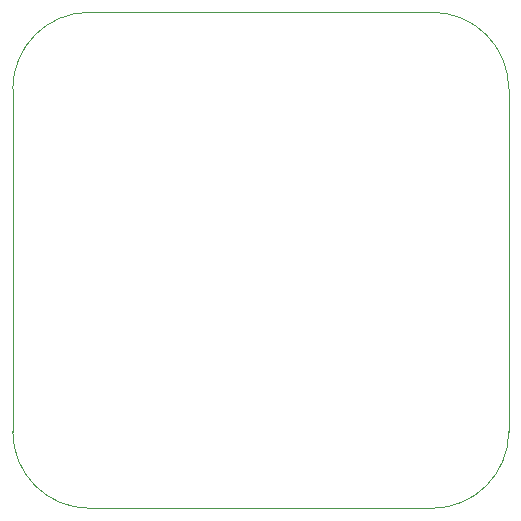
<source format=gm1>
G04 #@! TF.GenerationSoftware,KiCad,Pcbnew,8.0.7*
G04 #@! TF.CreationDate,2025-03-19T21:21:16+01:00*
G04 #@! TF.ProjectId,RP2040_minimal_r2,52503230-3430-45f6-9d69-6e696d616c5f,REV2*
G04 #@! TF.SameCoordinates,Original*
G04 #@! TF.FileFunction,Profile,NP*
%FSLAX46Y46*%
G04 Gerber Fmt 4.6, Leading zero omitted, Abs format (unit mm)*
G04 Created by KiCad (PCBNEW 8.0.7) date 2025-03-19 21:21:16*
%MOMM*%
%LPD*%
G01*
G04 APERTURE LIST*
G04 #@! TA.AperFunction,Profile*
%ADD10C,0.050000*%
G04 #@! TD*
G04 APERTURE END LIST*
D10*
X107000000Y-79000000D02*
X114500000Y-79000000D01*
X79000000Y-93000000D02*
X79000000Y-85500000D01*
X93000000Y-121000000D02*
X85500000Y-121000000D01*
X107000000Y-79000000D02*
X93000000Y-79000000D01*
X121000000Y-107000000D02*
X121000000Y-114500000D01*
X121000000Y-107000000D02*
X121000000Y-93000000D01*
X107000000Y-121000000D02*
X114500000Y-121000000D01*
X93000000Y-79000000D02*
X85500000Y-79000000D01*
X79000000Y-85500000D02*
G75*
G02*
X85500000Y-79000000I6500000J0D01*
G01*
X85500000Y-121000000D02*
G75*
G02*
X79000000Y-114500000I0J6500000D01*
G01*
X121000000Y-114500000D02*
G75*
G02*
X114500000Y-121000000I-6500000J0D01*
G01*
X121000000Y-93000000D02*
X121000000Y-85500000D01*
X93000000Y-121000000D02*
X107000000Y-121000000D01*
X79000000Y-107000000D02*
X79000000Y-114500000D01*
X79000000Y-93000000D02*
X79000000Y-107000000D01*
X114500000Y-79000000D02*
G75*
G02*
X121000000Y-85500000I0J-6500000D01*
G01*
M02*

</source>
